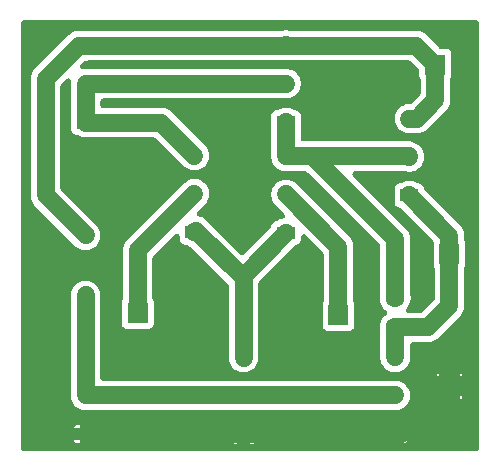
<source format=gbr>
%TF.GenerationSoftware,KiCad,Pcbnew,9.0.0*%
%TF.CreationDate,2025-03-31T12:23:45-05:00*%
%TF.ProjectId,Proyecto_prueba,50726f79-6563-4746-9f5f-707275656261,rev?*%
%TF.SameCoordinates,Original*%
%TF.FileFunction,Copper,L2,Bot*%
%TF.FilePolarity,Positive*%
%FSLAX46Y46*%
G04 Gerber Fmt 4.6, Leading zero omitted, Abs format (unit mm)*
G04 Created by KiCad (PCBNEW 9.0.0) date 2025-03-31 12:23:45*
%MOMM*%
%LPD*%
G01*
G04 APERTURE LIST*
%TA.AperFunction,ComponentPad*%
%ADD10R,1.500000X1.050000*%
%TD*%
%TA.AperFunction,ComponentPad*%
%ADD11O,1.500000X1.050000*%
%TD*%
%TA.AperFunction,ComponentPad*%
%ADD12R,1.700000X1.700000*%
%TD*%
%TA.AperFunction,ComponentPad*%
%ADD13C,1.400000*%
%TD*%
%TA.AperFunction,ComponentPad*%
%ADD14O,1.400000X1.400000*%
%TD*%
%TA.AperFunction,ComponentPad*%
%ADD15C,1.600000*%
%TD*%
%TA.AperFunction,Conductor*%
%ADD16C,1.500000*%
%TD*%
G04 APERTURE END LIST*
D10*
%TO.P,Q4,1,S*%
%TO.N,GND*%
X136600000Y-99470000D03*
D11*
%TO.P,Q4,2,G*%
%TO.N,Net-(Q1-D)*%
X136600000Y-96200000D03*
%TO.P,Q4,3,D*%
%TO.N,Net-(J5-Pin_1)*%
X136600000Y-92970000D03*
%TD*%
D12*
%TO.P,J4,1,Pin_1*%
%TO.N,Net-(J4-Pin_1)*%
X114800000Y-89200000D03*
%TD*%
D10*
%TO.P,Q2,1,D*%
%TO.N,Net-(Q2-D)*%
X110400000Y-73100000D03*
D11*
%TO.P,Q2,2,G*%
X110400000Y-69830000D03*
%TO.P,Q2,3,S*%
%TO.N,+5V*%
X110400000Y-66600000D03*
%TD*%
D12*
%TO.P,J2,1,Pin_1*%
%TO.N,GND*%
X141200000Y-95400000D03*
%TD*%
D10*
%TO.P,Q8,1,D*%
%TO.N,Net-(J5-Pin_1)*%
X137800000Y-79270000D03*
D11*
%TO.P,Q8,2,G*%
%TO.N,Net-(Q6-D)*%
X137800000Y-76000000D03*
%TO.P,Q8,3,S*%
%TO.N,+5V*%
X137800000Y-72770000D03*
%TD*%
D13*
%TO.P,R1,1*%
%TO.N,+5V*%
X110400000Y-82660000D03*
D14*
%TO.P,R1,2*%
%TO.N,Net-(Q1-D)*%
X110400000Y-87740000D03*
%TD*%
D12*
%TO.P,J3,1,Pin_1*%
%TO.N,Net-(J3-Pin_1)*%
X131800000Y-89400000D03*
%TD*%
D15*
%TO.P,C1,1*%
%TO.N,Net-(Q6-D)*%
X136600000Y-87950000D03*
%TO.P,C1,2*%
%TO.N,Net-(J5-Pin_1)*%
X136600000Y-90450000D03*
%TD*%
D10*
%TO.P,Q1,1,S*%
%TO.N,GND*%
X110400000Y-99470000D03*
D11*
%TO.P,Q1,2,G*%
%TO.N,Net-(Q1-D)*%
X110400000Y-96200000D03*
%TO.P,Q1,3,D*%
X110400000Y-92970000D03*
%TD*%
D12*
%TO.P,J5,1,Pin_1*%
%TO.N,Net-(J5-Pin_1)*%
X141200000Y-84200000D03*
%TD*%
D10*
%TO.P,Q6,1,S*%
%TO.N,Net-(Q3-D)*%
X127360000Y-82450000D03*
D11*
%TO.P,Q6,2,G*%
%TO.N,Net-(J3-Pin_1)*%
X127360000Y-79180000D03*
%TO.P,Q6,3,D*%
%TO.N,Net-(Q6-D)*%
X127360000Y-75950000D03*
%TD*%
D12*
%TO.P,J1,1,Pin_1*%
%TO.N,+5V*%
X140000000Y-68200000D03*
%TD*%
D10*
%TO.P,Q5,1,S*%
%TO.N,Net-(Q3-D)*%
X119600000Y-82400000D03*
D11*
%TO.P,Q5,2,G*%
%TO.N,Net-(J4-Pin_1)*%
X119600000Y-79130000D03*
%TO.P,Q5,3,D*%
%TO.N,Net-(Q2-D)*%
X119600000Y-75900000D03*
%TD*%
D10*
%TO.P,Q7,1,D*%
%TO.N,Net-(Q6-D)*%
X127360000Y-73080000D03*
D11*
%TO.P,Q7,2,G*%
%TO.N,Net-(Q2-D)*%
X127360000Y-69810000D03*
%TO.P,Q7,3,S*%
%TO.N,+5V*%
X127360000Y-66580000D03*
%TD*%
D10*
%TO.P,Q3,1,S*%
%TO.N,GND*%
X123760000Y-99500000D03*
D11*
%TO.P,Q3,2,G*%
%TO.N,Net-(Q1-D)*%
X123760000Y-96230000D03*
%TO.P,Q3,3,D*%
%TO.N,Net-(Q3-D)*%
X123760000Y-93000000D03*
%TD*%
D16*
%TO.N,Net-(Q1-D)*%
X110400000Y-96200000D02*
X110400000Y-92970000D01*
X136600000Y-96200000D02*
X110400000Y-96200000D01*
X110400000Y-87740000D02*
X110400000Y-92970000D01*
%TO.N,GND*%
X110400000Y-99470000D02*
X136600000Y-99470000D01*
X136600000Y-99470000D02*
X137130000Y-99470000D01*
X137130000Y-99470000D02*
X141200000Y-95400000D01*
%TO.N,Net-(Q2-D)*%
X110400000Y-73100000D02*
X116800000Y-73100000D01*
X111030000Y-69830000D02*
X111050000Y-69810000D01*
X110400000Y-69830000D02*
X111030000Y-69830000D01*
X116800000Y-73100000D02*
X119600000Y-75900000D01*
X110400000Y-69830000D02*
X110400000Y-73100000D01*
X111050000Y-69810000D02*
X127360000Y-69810000D01*
%TO.N,+5V*%
X137800000Y-72770000D02*
X138430000Y-72770000D01*
X109800000Y-66600000D02*
X110400000Y-66600000D01*
X107000000Y-79260000D02*
X107000000Y-69400000D01*
X110420000Y-66580000D02*
X110400000Y-66600000D01*
X140000000Y-71200000D02*
X140000000Y-68200000D01*
X138430000Y-72770000D02*
X140000000Y-71200000D01*
X127360000Y-66580000D02*
X110420000Y-66580000D01*
X127360000Y-66580000D02*
X138380000Y-66580000D01*
X138380000Y-66580000D02*
X140000000Y-68200000D01*
X107000000Y-69400000D02*
X109800000Y-66600000D01*
X127330000Y-66550000D02*
X127360000Y-66580000D01*
X110400000Y-82660000D02*
X107000000Y-79260000D01*
%TO.N,Net-(Q3-D)*%
X119730000Y-82270000D02*
X119600000Y-82400000D01*
X123760000Y-86050000D02*
X127360000Y-82450000D01*
X119730000Y-82270000D02*
X123760000Y-86300000D01*
X123760000Y-86300000D02*
X123760000Y-93000000D01*
X123760000Y-93000000D02*
X123760000Y-86050000D01*
%TO.N,Net-(J5-Pin_1)*%
X136600000Y-90450000D02*
X139350000Y-90450000D01*
X141200000Y-84200000D02*
X141200000Y-82670000D01*
X141200000Y-88600000D02*
X141200000Y-84200000D01*
X139350000Y-90450000D02*
X141200000Y-88600000D01*
X141200000Y-82670000D02*
X137800000Y-79270000D01*
X136600000Y-92970000D02*
X136600000Y-90450000D01*
%TO.N,Net-(J3-Pin_1)*%
X131800000Y-83620000D02*
X131800000Y-89400000D01*
X127360000Y-79180000D02*
X131800000Y-83620000D01*
%TO.N,Net-(Q6-D)*%
X134200000Y-75950000D02*
X137750000Y-75950000D01*
X136600000Y-87950000D02*
X136600000Y-82950000D01*
X129600000Y-75950000D02*
X134200000Y-75950000D01*
X137750000Y-75950000D02*
X137800000Y-76000000D01*
X127360000Y-75950000D02*
X129600000Y-75950000D01*
X127360000Y-73080000D02*
X127360000Y-75950000D01*
X136600000Y-82950000D02*
X129600000Y-75950000D01*
%TO.N,Net-(J4-Pin_1)*%
X114800000Y-83930000D02*
X114800000Y-89200000D01*
X119600000Y-79130000D02*
X114800000Y-83930000D01*
%TD*%
%TA.AperFunction,Conductor*%
%TO.N,GND*%
G36*
X143545788Y-64418954D02*
G01*
X143626570Y-64472930D01*
X143680546Y-64553712D01*
X143699500Y-64649000D01*
X143699500Y-100650500D01*
X143680546Y-100745788D01*
X143626570Y-100826570D01*
X143545788Y-100880546D01*
X143450500Y-100899500D01*
X105149500Y-100899500D01*
X105054212Y-100880546D01*
X104973430Y-100826570D01*
X104919454Y-100745788D01*
X104900500Y-100650500D01*
X104900500Y-99995001D01*
X109400000Y-99995001D01*
X109400000Y-100019628D01*
X109414504Y-100092543D01*
X109414504Y-100092544D01*
X109469758Y-100175237D01*
X109469762Y-100175241D01*
X109552455Y-100230495D01*
X109625371Y-100244999D01*
X109625376Y-100245000D01*
X109874999Y-100245000D01*
X109875000Y-100244999D01*
X109875000Y-99995001D01*
X110925000Y-99995001D01*
X110925000Y-100244999D01*
X110925001Y-100245000D01*
X111174624Y-100245000D01*
X111174628Y-100244999D01*
X111247543Y-100230495D01*
X111247544Y-100230495D01*
X111330237Y-100175241D01*
X111330241Y-100175237D01*
X111385495Y-100092544D01*
X111385495Y-100092543D01*
X111398930Y-100025001D01*
X122760000Y-100025001D01*
X122760000Y-100049628D01*
X122774504Y-100122543D01*
X122774504Y-100122544D01*
X122829758Y-100205237D01*
X122829762Y-100205241D01*
X122912455Y-100260495D01*
X122985371Y-100274999D01*
X122985376Y-100275000D01*
X123234999Y-100275000D01*
X123235000Y-100274999D01*
X123235000Y-100025001D01*
X124285000Y-100025001D01*
X124285000Y-100274999D01*
X124285001Y-100275000D01*
X124534624Y-100275000D01*
X124534628Y-100274999D01*
X124607543Y-100260495D01*
X124607544Y-100260495D01*
X124690237Y-100205241D01*
X124690241Y-100205237D01*
X124745495Y-100122544D01*
X124745495Y-100122543D01*
X124759999Y-100049628D01*
X124760000Y-100049623D01*
X124760000Y-100025001D01*
X124759999Y-100025000D01*
X124285001Y-100025000D01*
X124285000Y-100025001D01*
X123235000Y-100025001D01*
X123234999Y-100025000D01*
X122760001Y-100025000D01*
X122760000Y-100025001D01*
X111398930Y-100025001D01*
X111399999Y-100019628D01*
X111400000Y-100019623D01*
X111400000Y-99995001D01*
X135600000Y-99995001D01*
X135600000Y-100019628D01*
X135614504Y-100092543D01*
X135614504Y-100092544D01*
X135669758Y-100175237D01*
X135669762Y-100175241D01*
X135752455Y-100230495D01*
X135825371Y-100244999D01*
X135825376Y-100245000D01*
X136074999Y-100245000D01*
X136075000Y-100244999D01*
X136075000Y-99995001D01*
X137125000Y-99995001D01*
X137125000Y-100244999D01*
X137125001Y-100245000D01*
X137374624Y-100245000D01*
X137374628Y-100244999D01*
X137447543Y-100230495D01*
X137447544Y-100230495D01*
X137530237Y-100175241D01*
X137530241Y-100175237D01*
X137585495Y-100092544D01*
X137585495Y-100092543D01*
X137599999Y-100019628D01*
X137600000Y-100019623D01*
X137600000Y-99995001D01*
X137599999Y-99995000D01*
X137125001Y-99995000D01*
X137125000Y-99995001D01*
X136075000Y-99995001D01*
X136074999Y-99995000D01*
X135600001Y-99995000D01*
X135600000Y-99995001D01*
X111400000Y-99995001D01*
X111399999Y-99995000D01*
X110925001Y-99995000D01*
X110925000Y-99995001D01*
X109875000Y-99995001D01*
X109874999Y-99995000D01*
X109400001Y-99995000D01*
X109400000Y-99995001D01*
X104900500Y-99995001D01*
X104900500Y-99420630D01*
X110025000Y-99420630D01*
X110025000Y-99519370D01*
X110050556Y-99614745D01*
X110099925Y-99700255D01*
X110169745Y-99770075D01*
X110255255Y-99819444D01*
X110350630Y-99845000D01*
X110449370Y-99845000D01*
X110544745Y-99819444D01*
X110630255Y-99770075D01*
X110700075Y-99700255D01*
X110749444Y-99614745D01*
X110775000Y-99519370D01*
X110775000Y-99450630D01*
X123385000Y-99450630D01*
X123385000Y-99549370D01*
X123410556Y-99644745D01*
X123459925Y-99730255D01*
X123529745Y-99800075D01*
X123615255Y-99849444D01*
X123710630Y-99875000D01*
X123809370Y-99875000D01*
X123904745Y-99849444D01*
X123990255Y-99800075D01*
X124060075Y-99730255D01*
X124109444Y-99644745D01*
X124135000Y-99549370D01*
X124135000Y-99450630D01*
X124126961Y-99420630D01*
X136225000Y-99420630D01*
X136225000Y-99519370D01*
X136250556Y-99614745D01*
X136299925Y-99700255D01*
X136369745Y-99770075D01*
X136455255Y-99819444D01*
X136550630Y-99845000D01*
X136649370Y-99845000D01*
X136744745Y-99819444D01*
X136830255Y-99770075D01*
X136900075Y-99700255D01*
X136949444Y-99614745D01*
X136975000Y-99519370D01*
X136975000Y-99420630D01*
X136949444Y-99325255D01*
X136900075Y-99239745D01*
X136830255Y-99169925D01*
X136744745Y-99120556D01*
X136649370Y-99095000D01*
X136550630Y-99095000D01*
X136455255Y-99120556D01*
X136369745Y-99169925D01*
X136299925Y-99239745D01*
X136250556Y-99325255D01*
X136225000Y-99420630D01*
X124126961Y-99420630D01*
X124109444Y-99355255D01*
X124060075Y-99269745D01*
X123990255Y-99199925D01*
X123904745Y-99150556D01*
X123809370Y-99125000D01*
X123710630Y-99125000D01*
X123615255Y-99150556D01*
X123529745Y-99199925D01*
X123459925Y-99269745D01*
X123410556Y-99355255D01*
X123385000Y-99450630D01*
X110775000Y-99450630D01*
X110775000Y-99420630D01*
X110749444Y-99325255D01*
X110700075Y-99239745D01*
X110630255Y-99169925D01*
X110544745Y-99120556D01*
X110449370Y-99095000D01*
X110350630Y-99095000D01*
X110255255Y-99120556D01*
X110169745Y-99169925D01*
X110099925Y-99239745D01*
X110050556Y-99325255D01*
X110025000Y-99420630D01*
X104900500Y-99420630D01*
X104900500Y-98950371D01*
X122760000Y-98950371D01*
X122760000Y-98974999D01*
X122760001Y-98975000D01*
X123234999Y-98975000D01*
X123235000Y-98974999D01*
X123235000Y-98725001D01*
X124285000Y-98725001D01*
X124285000Y-98974999D01*
X124285001Y-98975000D01*
X124759999Y-98975000D01*
X124760000Y-98974999D01*
X124760000Y-98950376D01*
X124759999Y-98950368D01*
X124754032Y-98920371D01*
X135600000Y-98920371D01*
X135600000Y-98944999D01*
X135600001Y-98945000D01*
X136074999Y-98945000D01*
X136075000Y-98944999D01*
X136075000Y-98695001D01*
X137125000Y-98695001D01*
X137125000Y-98944999D01*
X137125001Y-98945000D01*
X137599999Y-98945000D01*
X137600000Y-98944999D01*
X137600000Y-98920376D01*
X137599999Y-98920371D01*
X137585495Y-98847456D01*
X137585495Y-98847455D01*
X137530241Y-98764762D01*
X137530237Y-98764758D01*
X137447544Y-98709504D01*
X137374628Y-98695000D01*
X137125001Y-98695000D01*
X137125000Y-98695001D01*
X136075000Y-98695001D01*
X136074999Y-98695000D01*
X135825371Y-98695000D01*
X135752456Y-98709504D01*
X135752455Y-98709504D01*
X135669762Y-98764758D01*
X135669758Y-98764762D01*
X135614504Y-98847455D01*
X135614504Y-98847456D01*
X135600000Y-98920371D01*
X124754032Y-98920371D01*
X124745495Y-98877455D01*
X124690241Y-98794762D01*
X124690237Y-98794758D01*
X124607544Y-98739504D01*
X124534628Y-98725000D01*
X124285001Y-98725000D01*
X124285000Y-98725001D01*
X123235000Y-98725001D01*
X123234999Y-98725000D01*
X122985371Y-98725000D01*
X122912456Y-98739504D01*
X122912455Y-98739504D01*
X122829762Y-98794758D01*
X122829758Y-98794762D01*
X122774504Y-98877455D01*
X122774504Y-98877456D01*
X122760000Y-98950371D01*
X104900500Y-98950371D01*
X104900500Y-98920371D01*
X109400000Y-98920371D01*
X109400000Y-98944999D01*
X109400001Y-98945000D01*
X109874999Y-98945000D01*
X109875000Y-98944999D01*
X109875000Y-98695001D01*
X110925000Y-98695001D01*
X110925000Y-98944999D01*
X110925001Y-98945000D01*
X111399999Y-98945000D01*
X111400000Y-98944999D01*
X111400000Y-98920376D01*
X111399999Y-98920371D01*
X111385495Y-98847456D01*
X111385495Y-98847455D01*
X111330241Y-98764762D01*
X111330237Y-98764758D01*
X111247544Y-98709504D01*
X111174628Y-98695000D01*
X110925001Y-98695000D01*
X110925000Y-98695001D01*
X109875000Y-98695001D01*
X109874999Y-98695000D01*
X109625371Y-98695000D01*
X109552456Y-98709504D01*
X109552455Y-98709504D01*
X109469762Y-98764758D01*
X109469758Y-98764762D01*
X109414504Y-98847455D01*
X109414504Y-98847456D01*
X109400000Y-98920371D01*
X104900500Y-98920371D01*
X104900500Y-87641587D01*
X109149500Y-87641587D01*
X109149500Y-96301005D01*
X109150561Y-96306339D01*
X109152277Y-96315954D01*
X109179130Y-96485495D01*
X109180291Y-96492826D01*
X109241116Y-96680025D01*
X109330476Y-96855405D01*
X109330479Y-96855409D01*
X109330479Y-96855410D01*
X109446169Y-97014642D01*
X109446172Y-97014646D01*
X109585354Y-97153828D01*
X109744595Y-97269524D01*
X109919975Y-97358884D01*
X110107174Y-97419709D01*
X110301583Y-97450500D01*
X110301587Y-97450500D01*
X136698413Y-97450500D01*
X136698417Y-97450500D01*
X136892826Y-97419709D01*
X137080025Y-97358884D01*
X137255405Y-97269524D01*
X137414646Y-97153828D01*
X137553828Y-97014646D01*
X137669524Y-96855405D01*
X137758884Y-96680025D01*
X137819709Y-96492826D01*
X137848489Y-96311108D01*
X137850500Y-96301003D01*
X137850500Y-96250001D01*
X140100000Y-96250001D01*
X140100000Y-96274628D01*
X140114504Y-96347543D01*
X140114504Y-96347544D01*
X140169758Y-96430237D01*
X140169762Y-96430241D01*
X140252455Y-96485495D01*
X140325371Y-96499999D01*
X140325376Y-96500000D01*
X140349999Y-96500000D01*
X140350000Y-96499999D01*
X140350000Y-96250001D01*
X142050000Y-96250001D01*
X142050000Y-96499999D01*
X142050001Y-96500000D01*
X142074624Y-96500000D01*
X142074628Y-96499999D01*
X142147543Y-96485495D01*
X142147544Y-96485495D01*
X142230237Y-96430241D01*
X142230241Y-96430237D01*
X142285495Y-96347544D01*
X142285495Y-96347543D01*
X142299999Y-96274628D01*
X142300000Y-96274623D01*
X142300000Y-96250001D01*
X142299999Y-96250000D01*
X142050001Y-96250000D01*
X142050000Y-96250001D01*
X140350000Y-96250001D01*
X140349999Y-96250000D01*
X140100001Y-96250000D01*
X140100000Y-96250001D01*
X137850500Y-96250001D01*
X137850500Y-96098997D01*
X137848489Y-96088891D01*
X137819709Y-95907174D01*
X137758884Y-95719975D01*
X137669524Y-95544595D01*
X137553828Y-95385354D01*
X137502648Y-95334174D01*
X140700000Y-95334174D01*
X140700000Y-95465826D01*
X140734075Y-95592993D01*
X140799901Y-95707007D01*
X140892993Y-95800099D01*
X141007007Y-95865925D01*
X141134174Y-95900000D01*
X141265826Y-95900000D01*
X141392993Y-95865925D01*
X141507007Y-95800099D01*
X141600099Y-95707007D01*
X141665925Y-95592993D01*
X141700000Y-95465826D01*
X141700000Y-95334174D01*
X141665925Y-95207007D01*
X141600099Y-95092993D01*
X141507007Y-94999901D01*
X141392993Y-94934075D01*
X141265826Y-94900000D01*
X141134174Y-94900000D01*
X141007007Y-94934075D01*
X140892993Y-94999901D01*
X140799901Y-95092993D01*
X140734075Y-95207007D01*
X140700000Y-95334174D01*
X137502648Y-95334174D01*
X137414646Y-95246172D01*
X137414642Y-95246169D01*
X137255410Y-95130479D01*
X137255407Y-95130477D01*
X137255405Y-95130476D01*
X137080025Y-95041116D01*
X137080024Y-95041115D01*
X137080023Y-95041115D01*
X137080017Y-95041113D01*
X136953179Y-94999901D01*
X136892826Y-94980291D01*
X136892824Y-94980290D01*
X136892822Y-94980290D01*
X136698428Y-94949501D01*
X136698419Y-94949500D01*
X136698417Y-94949500D01*
X136698413Y-94949500D01*
X111899500Y-94949500D01*
X111804212Y-94930546D01*
X111723430Y-94876570D01*
X111669454Y-94795788D01*
X111650500Y-94700500D01*
X111650500Y-94525371D01*
X140100000Y-94525371D01*
X140100000Y-94549999D01*
X140100001Y-94550000D01*
X140349999Y-94550000D01*
X140350000Y-94549999D01*
X140350000Y-94300001D01*
X142050000Y-94300001D01*
X142050000Y-94549999D01*
X142050001Y-94550000D01*
X142299999Y-94550000D01*
X142300000Y-94549999D01*
X142300000Y-94525376D01*
X142299999Y-94525371D01*
X142285495Y-94452456D01*
X142285495Y-94452455D01*
X142230241Y-94369762D01*
X142230237Y-94369758D01*
X142147544Y-94314504D01*
X142074628Y-94300000D01*
X142050001Y-94300000D01*
X142050000Y-94300001D01*
X140350000Y-94300001D01*
X140349999Y-94300000D01*
X140325371Y-94300000D01*
X140252456Y-94314504D01*
X140252455Y-94314504D01*
X140169762Y-94369758D01*
X140169758Y-94369762D01*
X140114504Y-94452455D01*
X140114504Y-94452456D01*
X140100000Y-94525371D01*
X111650500Y-94525371D01*
X111650500Y-88302127D01*
X113449500Y-88302127D01*
X113449500Y-88332517D01*
X113449500Y-88332518D01*
X113449500Y-90097865D01*
X113449500Y-90097868D01*
X113449501Y-90097872D01*
X113451567Y-90117093D01*
X113455908Y-90157480D01*
X113455909Y-90157483D01*
X113506204Y-90292331D01*
X113592454Y-90407546D01*
X113707669Y-90493796D01*
X113842517Y-90544091D01*
X113902127Y-90550500D01*
X115697872Y-90550499D01*
X115757483Y-90544091D01*
X115892331Y-90493796D01*
X116007546Y-90407546D01*
X116093796Y-90292331D01*
X116144091Y-90157483D01*
X116150500Y-90097873D01*
X116150499Y-88302128D01*
X116144091Y-88242517D01*
X116093796Y-88107669D01*
X116093795Y-88107667D01*
X116085260Y-88092036D01*
X116087918Y-88090584D01*
X116058230Y-88028518D01*
X116050500Y-87966956D01*
X116050500Y-84551113D01*
X116069454Y-84455825D01*
X116123428Y-84375045D01*
X117924433Y-82574039D01*
X118005212Y-82520066D01*
X118100500Y-82501112D01*
X118195788Y-82520066D01*
X118276570Y-82574042D01*
X118330546Y-82654824D01*
X118349500Y-82750111D01*
X118349500Y-82972865D01*
X118349501Y-82972869D01*
X118355908Y-83032480D01*
X118355909Y-83032484D01*
X118396002Y-83139978D01*
X118406204Y-83167331D01*
X118492454Y-83282546D01*
X118607669Y-83368796D01*
X118742517Y-83419091D01*
X118802127Y-83425500D01*
X118803067Y-83425499D01*
X118803413Y-83425568D01*
X118808788Y-83425857D01*
X118808746Y-83426628D01*
X118898353Y-83444441D01*
X118903344Y-83446571D01*
X118927820Y-83457336D01*
X118944595Y-83469524D01*
X119119974Y-83558884D01*
X119268211Y-83607049D01*
X119279638Y-83612075D01*
X119309401Y-83632908D01*
X119341101Y-83650661D01*
X119355459Y-83663933D01*
X122436570Y-86745044D01*
X122490546Y-86825826D01*
X122509500Y-86921114D01*
X122509500Y-93101005D01*
X122510561Y-93106339D01*
X122512277Y-93115954D01*
X122540290Y-93292822D01*
X122591367Y-93450023D01*
X122601116Y-93480025D01*
X122690476Y-93655405D01*
X122690479Y-93655409D01*
X122690479Y-93655410D01*
X122806169Y-93814642D01*
X122806172Y-93814646D01*
X122945354Y-93953828D01*
X122945357Y-93953830D01*
X123063303Y-94039524D01*
X123104595Y-94069524D01*
X123279975Y-94158884D01*
X123467174Y-94219709D01*
X123661583Y-94250500D01*
X123661587Y-94250500D01*
X123858413Y-94250500D01*
X123858417Y-94250500D01*
X124052826Y-94219709D01*
X124240025Y-94158884D01*
X124415405Y-94069524D01*
X124574646Y-93953828D01*
X124713828Y-93814646D01*
X124829524Y-93655405D01*
X124918884Y-93480025D01*
X124979709Y-93292826D01*
X125007726Y-93115925D01*
X125009439Y-93106330D01*
X125010500Y-93101003D01*
X125010500Y-92898997D01*
X125010500Y-86671113D01*
X125029454Y-86575825D01*
X125083428Y-86495045D01*
X128034250Y-83544222D01*
X128115029Y-83490249D01*
X128183704Y-83472722D01*
X128217483Y-83469091D01*
X128352331Y-83418796D01*
X128467546Y-83332546D01*
X128553796Y-83217331D01*
X128604091Y-83082483D01*
X128610500Y-83022873D01*
X128610500Y-82800114D01*
X128629454Y-82704826D01*
X128683430Y-82624044D01*
X128764212Y-82570068D01*
X128859500Y-82551114D01*
X128954788Y-82570068D01*
X129035570Y-82624044D01*
X130476570Y-84065044D01*
X130530546Y-84145826D01*
X130549500Y-84241114D01*
X130549500Y-88166956D01*
X130530546Y-88262244D01*
X130513857Y-88291554D01*
X130514740Y-88292036D01*
X130506205Y-88307665D01*
X130455908Y-88442518D01*
X130449500Y-88502123D01*
X130449500Y-90297865D01*
X130449500Y-90297868D01*
X130449501Y-90297872D01*
X130451567Y-90317093D01*
X130455908Y-90357480D01*
X130455909Y-90357484D01*
X130474581Y-90407546D01*
X130506204Y-90492331D01*
X130592454Y-90607546D01*
X130707669Y-90693796D01*
X130842517Y-90744091D01*
X130902127Y-90750500D01*
X132697872Y-90750499D01*
X132757483Y-90744091D01*
X132892331Y-90693796D01*
X133007546Y-90607546D01*
X133093796Y-90492331D01*
X133144091Y-90357483D01*
X133150500Y-90297873D01*
X133150499Y-88502128D01*
X133144091Y-88442517D01*
X133093796Y-88307669D01*
X133093795Y-88307667D01*
X133085260Y-88292036D01*
X133087918Y-88290584D01*
X133058230Y-88228518D01*
X133050500Y-88166956D01*
X133050500Y-83521587D01*
X133050498Y-83521571D01*
X133043065Y-83474643D01*
X133019709Y-83327174D01*
X133019135Y-83325405D01*
X132958884Y-83139974D01*
X132869524Y-82964595D01*
X132753828Y-82805354D01*
X128174646Y-78226172D01*
X128015405Y-78110476D01*
X127840026Y-78021116D01*
X127840023Y-78021115D01*
X127840021Y-78021114D01*
X127652823Y-77960290D01*
X127458428Y-77929501D01*
X127458419Y-77929500D01*
X127458417Y-77929500D01*
X127261583Y-77929500D01*
X127261580Y-77929500D01*
X127261571Y-77929501D01*
X127067176Y-77960290D01*
X126879978Y-78021114D01*
X126704595Y-78110476D01*
X126545356Y-78226170D01*
X126406170Y-78365356D01*
X126290476Y-78524595D01*
X126201114Y-78699978D01*
X126140290Y-78887176D01*
X126115340Y-79044704D01*
X126115340Y-79044709D01*
X126111510Y-79068891D01*
X126109500Y-79078997D01*
X126109500Y-79281003D01*
X126111510Y-79291108D01*
X126115341Y-79315302D01*
X126115342Y-79315310D01*
X126140290Y-79472823D01*
X126166284Y-79552826D01*
X126201116Y-79660026D01*
X126290476Y-79835405D01*
X126406172Y-79994646D01*
X126406173Y-79994647D01*
X127217690Y-80806165D01*
X127271666Y-80886946D01*
X127290620Y-80982234D01*
X127271666Y-81077522D01*
X127217689Y-81158304D01*
X127136908Y-81212280D01*
X127080577Y-81228168D01*
X127067173Y-81230291D01*
X126879978Y-81291114D01*
X126879968Y-81291118D01*
X126704598Y-81380474D01*
X126696248Y-81385591D01*
X126695031Y-81383605D01*
X126621144Y-81417639D01*
X126568774Y-81423832D01*
X126568791Y-81424144D01*
X126563935Y-81424404D01*
X126563127Y-81424500D01*
X126562149Y-81424500D01*
X126562129Y-81424500D01*
X126562128Y-81424501D01*
X126553966Y-81425378D01*
X126502520Y-81430908D01*
X126502515Y-81430909D01*
X126367670Y-81481203D01*
X126252455Y-81567453D01*
X126252453Y-81567455D01*
X126166204Y-81682669D01*
X126115909Y-81817517D01*
X126112276Y-81851303D01*
X126083243Y-81944019D01*
X126040773Y-82000751D01*
X123811069Y-84230455D01*
X123730287Y-84284431D01*
X123634999Y-84303385D01*
X123539711Y-84284431D01*
X123458929Y-84230455D01*
X120683831Y-81455357D01*
X120683829Y-81455354D01*
X120544646Y-81316171D01*
X120385405Y-81200476D01*
X120385404Y-81200475D01*
X120385402Y-81200474D01*
X120210031Y-81111118D01*
X120210021Y-81111114D01*
X120105925Y-81077291D01*
X120022827Y-81050291D01*
X120022825Y-81050290D01*
X120022823Y-81050290D01*
X120009426Y-81048168D01*
X119918276Y-81014541D01*
X119846933Y-80948592D01*
X119806258Y-80860362D01*
X119802444Y-80763282D01*
X119836071Y-80672132D01*
X119872309Y-80626164D01*
X120553828Y-79944646D01*
X120669524Y-79785405D01*
X120758884Y-79610026D01*
X120777470Y-79552826D01*
X120819708Y-79422828D01*
X120819709Y-79422826D01*
X120848489Y-79241108D01*
X120850500Y-79231003D01*
X120850500Y-79028997D01*
X120848489Y-79018887D01*
X120844659Y-78994704D01*
X120819710Y-78837179D01*
X120819708Y-78837172D01*
X120814372Y-78820751D01*
X120758884Y-78649974D01*
X120669524Y-78474595D01*
X120553828Y-78315354D01*
X120414646Y-78176172D01*
X120255405Y-78060476D01*
X120080026Y-77971116D01*
X120080023Y-77971115D01*
X120080021Y-77971114D01*
X119892823Y-77910290D01*
X119698427Y-77879501D01*
X119698418Y-77879500D01*
X119698416Y-77879500D01*
X119501583Y-77879500D01*
X119501580Y-77879500D01*
X119501571Y-77879501D01*
X119307176Y-77910290D01*
X119119978Y-77971114D01*
X118944595Y-78060476D01*
X118785356Y-78176170D01*
X113846170Y-83115356D01*
X113730476Y-83274595D01*
X113641116Y-83449973D01*
X113641113Y-83449980D01*
X113621450Y-83510500D01*
X113580290Y-83637177D01*
X113549501Y-83831571D01*
X113549500Y-83831587D01*
X113549500Y-87966956D01*
X113542341Y-88002946D01*
X113538708Y-88039469D01*
X113525994Y-88081231D01*
X113506204Y-88107669D01*
X113455909Y-88242517D01*
X113449500Y-88302127D01*
X111650500Y-88302127D01*
X111650500Y-87641587D01*
X111650498Y-87641571D01*
X111619709Y-87447177D01*
X111619709Y-87447174D01*
X111558884Y-87259975D01*
X111469524Y-87084595D01*
X111353828Y-86925354D01*
X111214646Y-86786172D01*
X111214642Y-86786169D01*
X111055410Y-86670479D01*
X111055407Y-86670477D01*
X111055405Y-86670476D01*
X110880025Y-86581116D01*
X110880024Y-86581115D01*
X110880023Y-86581115D01*
X110880017Y-86581113D01*
X110772928Y-86546318D01*
X110692826Y-86520291D01*
X110692824Y-86520290D01*
X110692822Y-86520290D01*
X110498428Y-86489501D01*
X110498419Y-86489500D01*
X110498417Y-86489500D01*
X110301583Y-86489500D01*
X110301580Y-86489500D01*
X110301571Y-86489501D01*
X110107177Y-86520290D01*
X109919982Y-86581113D01*
X109919976Y-86581115D01*
X109828740Y-86627602D01*
X109744595Y-86670476D01*
X109744592Y-86670477D01*
X109744590Y-86670479D01*
X109744589Y-86670479D01*
X109585357Y-86786169D01*
X109446169Y-86925357D01*
X109330479Y-87084589D01*
X109330479Y-87084590D01*
X109241115Y-87259976D01*
X109241113Y-87259982D01*
X109180290Y-87447177D01*
X109149501Y-87641571D01*
X109149500Y-87641587D01*
X104900500Y-87641587D01*
X104900500Y-69301587D01*
X105749500Y-69301587D01*
X105749500Y-79358412D01*
X105749501Y-79358428D01*
X105780290Y-79552823D01*
X105780291Y-79552826D01*
X105841116Y-79740026D01*
X105930476Y-79915405D01*
X106046172Y-80074646D01*
X109585354Y-83613828D01*
X109744595Y-83729524D01*
X109919974Y-83818884D01*
X110107174Y-83879709D01*
X110301583Y-83910500D01*
X110301587Y-83910500D01*
X110498412Y-83910500D01*
X110498416Y-83910500D01*
X110692826Y-83879709D01*
X110880026Y-83818884D01*
X111055405Y-83729524D01*
X111214646Y-83613828D01*
X111353828Y-83474646D01*
X111469524Y-83315405D01*
X111558884Y-83140026D01*
X111619709Y-82952826D01*
X111650500Y-82758416D01*
X111650500Y-82561583D01*
X111619709Y-82367174D01*
X111558884Y-82179974D01*
X111469524Y-82004595D01*
X111353828Y-81845354D01*
X108323430Y-78814956D01*
X108269454Y-78734174D01*
X108250500Y-78638886D01*
X108250500Y-70021114D01*
X108269454Y-69925826D01*
X108323430Y-69845045D01*
X108741719Y-69426755D01*
X108758075Y-69415825D01*
X108771430Y-69401379D01*
X108798092Y-69389087D01*
X108822501Y-69372778D01*
X108841794Y-69368940D01*
X108859660Y-69360704D01*
X108888996Y-69359551D01*
X108917789Y-69353824D01*
X108937081Y-69357661D01*
X108956740Y-69356889D01*
X108984285Y-69367050D01*
X109013077Y-69372778D01*
X109029433Y-69383707D01*
X109047890Y-69390516D01*
X109069448Y-69410443D01*
X109093858Y-69426754D01*
X109104787Y-69443110D01*
X109119234Y-69456465D01*
X109131525Y-69483127D01*
X109147835Y-69507536D01*
X109151672Y-69526829D01*
X109159909Y-69544695D01*
X109161061Y-69574031D01*
X109166789Y-69602824D01*
X109163724Y-69641775D01*
X109152275Y-69714063D01*
X109150558Y-69723676D01*
X109149501Y-69728990D01*
X109149500Y-69729002D01*
X109149500Y-73672865D01*
X109149501Y-73672869D01*
X109155908Y-73732480D01*
X109155909Y-73732484D01*
X109206203Y-73867329D01*
X109206204Y-73867331D01*
X109292454Y-73982546D01*
X109407669Y-74068796D01*
X109542517Y-74119091D01*
X109602127Y-74125500D01*
X109603067Y-74125499D01*
X109603413Y-74125568D01*
X109608788Y-74125857D01*
X109608746Y-74126628D01*
X109698353Y-74144441D01*
X109735680Y-74165344D01*
X109736252Y-74164412D01*
X109744588Y-74169520D01*
X109744593Y-74169522D01*
X109744595Y-74169524D01*
X109919975Y-74258884D01*
X110107174Y-74319709D01*
X110301583Y-74350500D01*
X110498417Y-74350500D01*
X116178886Y-74350500D01*
X116274174Y-74369454D01*
X116354956Y-74423430D01*
X118785354Y-76853828D01*
X118944595Y-76969524D01*
X119119974Y-77058884D01*
X119307174Y-77119709D01*
X119501583Y-77150500D01*
X119501587Y-77150500D01*
X119698413Y-77150500D01*
X119698417Y-77150500D01*
X119892826Y-77119709D01*
X120080026Y-77058884D01*
X120255405Y-76969524D01*
X120414646Y-76853828D01*
X120553828Y-76714646D01*
X120669524Y-76555405D01*
X120758884Y-76380026D01*
X120819709Y-76192826D01*
X120848489Y-76011108D01*
X120850500Y-76001003D01*
X120850500Y-75798997D01*
X120848489Y-75788891D01*
X120819709Y-75607174D01*
X120789835Y-75515232D01*
X120758887Y-75419981D01*
X120758886Y-75419979D01*
X120758884Y-75419976D01*
X120758884Y-75419974D01*
X120669524Y-75244595D01*
X120553828Y-75085354D01*
X117975597Y-72507123D01*
X126109500Y-72507123D01*
X126109500Y-76051005D01*
X126110561Y-76056339D01*
X126112277Y-76065954D01*
X126132372Y-76192828D01*
X126140291Y-76242826D01*
X126156538Y-76292829D01*
X126184867Y-76380018D01*
X126201116Y-76430025D01*
X126290476Y-76605405D01*
X126290479Y-76605409D01*
X126290479Y-76605410D01*
X126406169Y-76764642D01*
X126406172Y-76764646D01*
X126545354Y-76903828D01*
X126704595Y-77019524D01*
X126879975Y-77108884D01*
X127067174Y-77169709D01*
X127261583Y-77200500D01*
X127458417Y-77200500D01*
X128978886Y-77200500D01*
X129074174Y-77219454D01*
X129154956Y-77273430D01*
X135276570Y-83395044D01*
X135330546Y-83475826D01*
X135349500Y-83571114D01*
X135349500Y-87550701D01*
X135337313Y-87627645D01*
X135331522Y-87645465D01*
X135331522Y-87645466D01*
X135299500Y-87847638D01*
X135299500Y-88052361D01*
X135331522Y-88254531D01*
X135394778Y-88449214D01*
X135394782Y-88449224D01*
X135487711Y-88631607D01*
X135487713Y-88631610D01*
X135608034Y-88797219D01*
X135752781Y-88941966D01*
X135830670Y-88998555D01*
X135896618Y-89069897D01*
X135930245Y-89161047D01*
X135926431Y-89258127D01*
X135885757Y-89346358D01*
X135830670Y-89401444D01*
X135812504Y-89414643D01*
X135752779Y-89458035D01*
X135608035Y-89602779D01*
X135487711Y-89768392D01*
X135394782Y-89950775D01*
X135394778Y-89950785D01*
X135331522Y-90145468D01*
X135299500Y-90347638D01*
X135299500Y-90552361D01*
X135331520Y-90754524D01*
X135331522Y-90754528D01*
X135331523Y-90754534D01*
X135337313Y-90772356D01*
X135349500Y-90849298D01*
X135349500Y-93071005D01*
X135350561Y-93076339D01*
X135352277Y-93085954D01*
X135354660Y-93100999D01*
X135380291Y-93262826D01*
X135441116Y-93450025D01*
X135530476Y-93625405D01*
X135530479Y-93625409D01*
X135530479Y-93625410D01*
X135646169Y-93784642D01*
X135646172Y-93784646D01*
X135785354Y-93923828D01*
X135944595Y-94039524D01*
X136119975Y-94128884D01*
X136307174Y-94189709D01*
X136501583Y-94220500D01*
X136501587Y-94220500D01*
X136698413Y-94220500D01*
X136698417Y-94220500D01*
X136892826Y-94189709D01*
X137080025Y-94128884D01*
X137255405Y-94039524D01*
X137414646Y-93923828D01*
X137553828Y-93784646D01*
X137669524Y-93625405D01*
X137758884Y-93450025D01*
X137819709Y-93262826D01*
X137847726Y-93085925D01*
X137849439Y-93076330D01*
X137850500Y-93071003D01*
X137850500Y-92868997D01*
X137850500Y-91949500D01*
X137869454Y-91854212D01*
X137923430Y-91773430D01*
X138004212Y-91719454D01*
X138099500Y-91700500D01*
X139448413Y-91700500D01*
X139448417Y-91700500D01*
X139642826Y-91669709D01*
X139830026Y-91608884D01*
X140005405Y-91519524D01*
X140164646Y-91403828D01*
X142153828Y-89414646D01*
X142269524Y-89255405D01*
X142358884Y-89080026D01*
X142419709Y-88892826D01*
X142450500Y-88698417D01*
X142450500Y-88501584D01*
X142450500Y-85433042D01*
X142469454Y-85337754D01*
X142486146Y-85308442D01*
X142485262Y-85307959D01*
X142493789Y-85292339D01*
X142493796Y-85292331D01*
X142544091Y-85157483D01*
X142550500Y-85097873D01*
X142550499Y-83302128D01*
X142544091Y-83242517D01*
X142493796Y-83107669D01*
X142493795Y-83107667D01*
X142485260Y-83092036D01*
X142487918Y-83090584D01*
X142458230Y-83028518D01*
X142450500Y-82966956D01*
X142450500Y-82571587D01*
X142450498Y-82571571D01*
X142449112Y-82562823D01*
X142419709Y-82377174D01*
X142392877Y-82294595D01*
X142358884Y-82189974D01*
X142269524Y-82014595D01*
X142153828Y-81855354D01*
X139119225Y-78820751D01*
X139065249Y-78739969D01*
X139047721Y-78671290D01*
X139045430Y-78649978D01*
X139044091Y-78637517D01*
X138993796Y-78502669D01*
X138907546Y-78387454D01*
X138792331Y-78301204D01*
X138712117Y-78271286D01*
X138657481Y-78250908D01*
X138597876Y-78244500D01*
X138597873Y-78244500D01*
X138596904Y-78244500D01*
X138596547Y-78244429D01*
X138591212Y-78244143D01*
X138591253Y-78243375D01*
X138501616Y-78225546D01*
X138464318Y-78204657D01*
X138463748Y-78205588D01*
X138455415Y-78200481D01*
X138407702Y-78176170D01*
X138280026Y-78111116D01*
X138280023Y-78111115D01*
X138280021Y-78111114D01*
X138092823Y-78050290D01*
X137898428Y-78019501D01*
X137898419Y-78019500D01*
X137898417Y-78019500D01*
X137701583Y-78019500D01*
X137701580Y-78019500D01*
X137701571Y-78019501D01*
X137507176Y-78050290D01*
X137319978Y-78111114D01*
X137319968Y-78111118D01*
X137144598Y-78200474D01*
X137136248Y-78205591D01*
X137135031Y-78203605D01*
X137061144Y-78237639D01*
X137008774Y-78243832D01*
X137008791Y-78244144D01*
X137003935Y-78244404D01*
X137003127Y-78244500D01*
X137002149Y-78244500D01*
X137002129Y-78244500D01*
X137002128Y-78244501D01*
X136993966Y-78245378D01*
X136942520Y-78250908D01*
X136942515Y-78250909D01*
X136807670Y-78301203D01*
X136692455Y-78387453D01*
X136692453Y-78387455D01*
X136606204Y-78502669D01*
X136555908Y-78637518D01*
X136549500Y-78697123D01*
X136549500Y-79842865D01*
X136549501Y-79842869D01*
X136555908Y-79902480D01*
X136555909Y-79902484D01*
X136590284Y-79994647D01*
X136606204Y-80037331D01*
X136692454Y-80152546D01*
X136807669Y-80238796D01*
X136942517Y-80289091D01*
X136976299Y-80292723D01*
X137069015Y-80321754D01*
X137125752Y-80364226D01*
X139786051Y-83024525D01*
X139840027Y-83105307D01*
X139858981Y-83200595D01*
X139857554Y-83227212D01*
X139849500Y-83302121D01*
X139849500Y-85097865D01*
X139849500Y-85097868D01*
X139849501Y-85097872D01*
X139851567Y-85117093D01*
X139855908Y-85157480D01*
X139855909Y-85157485D01*
X139906203Y-85292329D01*
X139914738Y-85307959D01*
X139912076Y-85309412D01*
X139941761Y-85371447D01*
X139949500Y-85433042D01*
X139949500Y-87978886D01*
X139930546Y-88074174D01*
X139876570Y-88154956D01*
X138904956Y-89126570D01*
X138824174Y-89180546D01*
X138728886Y-89199500D01*
X137788382Y-89199500D01*
X137693094Y-89180546D01*
X137612312Y-89126570D01*
X137558336Y-89045788D01*
X137539382Y-88950500D01*
X137558336Y-88855212D01*
X137586936Y-88804143D01*
X137712286Y-88631611D01*
X137712287Y-88631610D01*
X137805220Y-88449219D01*
X137868477Y-88254534D01*
X137900500Y-88052352D01*
X137900500Y-87847648D01*
X137900499Y-87847645D01*
X137900499Y-87847638D01*
X137868477Y-87645466D01*
X137868477Y-87645465D01*
X137862687Y-87627645D01*
X137850500Y-87550701D01*
X137850500Y-82851587D01*
X137850498Y-82851571D01*
X137819710Y-82657178D01*
X137819709Y-82657176D01*
X137819709Y-82657174D01*
X137789053Y-82562826D01*
X137758884Y-82469974D01*
X137669524Y-82294595D01*
X137553828Y-82135354D01*
X133044044Y-77625570D01*
X132990068Y-77544788D01*
X132971114Y-77449500D01*
X132990068Y-77354212D01*
X133044044Y-77273430D01*
X133124826Y-77219454D01*
X133220114Y-77200500D01*
X134101583Y-77200500D01*
X137408618Y-77200500D01*
X137485561Y-77212686D01*
X137507174Y-77219709D01*
X137507177Y-77219709D01*
X137507179Y-77219710D01*
X137638724Y-77240544D01*
X137701584Y-77250500D01*
X137701588Y-77250500D01*
X137898413Y-77250500D01*
X137898417Y-77250500D01*
X138092827Y-77219709D01*
X138280026Y-77158884D01*
X138455405Y-77069524D01*
X138614646Y-76953829D01*
X138753829Y-76814646D01*
X138869524Y-76655405D01*
X138958884Y-76480026D01*
X139019709Y-76292827D01*
X139048489Y-76111108D01*
X139050500Y-76101003D01*
X139050500Y-75898997D01*
X139048489Y-75888887D01*
X139034252Y-75798997D01*
X139019710Y-75707179D01*
X139019708Y-75707172D01*
X138987215Y-75607170D01*
X138958884Y-75519974D01*
X138869524Y-75344595D01*
X138869522Y-75344592D01*
X138869521Y-75344590D01*
X138753833Y-75185360D01*
X138753831Y-75185358D01*
X138753829Y-75185355D01*
X138564646Y-74996172D01*
X138405405Y-74880476D01*
X138230026Y-74791116D01*
X138230023Y-74791115D01*
X138230021Y-74791114D01*
X138042823Y-74730290D01*
X137848428Y-74699501D01*
X137848419Y-74699500D01*
X137848417Y-74699500D01*
X137848413Y-74699500D01*
X128859500Y-74699500D01*
X128764212Y-74680546D01*
X128683430Y-74626570D01*
X128629454Y-74545788D01*
X128610500Y-74450500D01*
X128610500Y-72966323D01*
X128610499Y-72966305D01*
X128610499Y-72507134D01*
X128610499Y-72507128D01*
X128604091Y-72447517D01*
X128553796Y-72312669D01*
X128467546Y-72197454D01*
X128352331Y-72111204D01*
X128272117Y-72081286D01*
X128217481Y-72060908D01*
X128157876Y-72054500D01*
X128157873Y-72054500D01*
X128156904Y-72054500D01*
X128156547Y-72054429D01*
X128151212Y-72054143D01*
X128151253Y-72053375D01*
X128061616Y-72035546D01*
X128024318Y-72014657D01*
X128023748Y-72015588D01*
X128015411Y-72010479D01*
X127840023Y-71921115D01*
X127840017Y-71921113D01*
X127714376Y-71880290D01*
X127652826Y-71860291D01*
X127652824Y-71860290D01*
X127652822Y-71860290D01*
X127458428Y-71829501D01*
X127458419Y-71829500D01*
X127458417Y-71829500D01*
X127261583Y-71829500D01*
X127261580Y-71829500D01*
X127261571Y-71829501D01*
X127067177Y-71860290D01*
X126879982Y-71921113D01*
X126879971Y-71921117D01*
X126704603Y-72010470D01*
X126696258Y-72015585D01*
X126695041Y-72013600D01*
X126621144Y-72047639D01*
X126568774Y-72053832D01*
X126568791Y-72054144D01*
X126563935Y-72054404D01*
X126563127Y-72054500D01*
X126562149Y-72054500D01*
X126562129Y-72054500D01*
X126562128Y-72054501D01*
X126553966Y-72055378D01*
X126502520Y-72060908D01*
X126502515Y-72060909D01*
X126367670Y-72111203D01*
X126252455Y-72197453D01*
X126252453Y-72197455D01*
X126166204Y-72312669D01*
X126115908Y-72447518D01*
X126109500Y-72507123D01*
X117975597Y-72507123D01*
X117614646Y-72146172D01*
X117455405Y-72030476D01*
X117280026Y-71941116D01*
X117280023Y-71941115D01*
X117280021Y-71941114D01*
X117092823Y-71880290D01*
X116898428Y-71849501D01*
X116898419Y-71849500D01*
X116898417Y-71849500D01*
X116898413Y-71849500D01*
X111899500Y-71849500D01*
X111804212Y-71830546D01*
X111723430Y-71776570D01*
X111669454Y-71695788D01*
X111650500Y-71600500D01*
X111650500Y-71309500D01*
X111669454Y-71214212D01*
X111723430Y-71133430D01*
X111804212Y-71079454D01*
X111899500Y-71060500D01*
X127458413Y-71060500D01*
X127458417Y-71060500D01*
X127652826Y-71029709D01*
X127840025Y-70968884D01*
X128015405Y-70879524D01*
X128174646Y-70763828D01*
X128313828Y-70624646D01*
X128429524Y-70465405D01*
X128518884Y-70290025D01*
X128579709Y-70102826D01*
X128608489Y-69921108D01*
X128610500Y-69911003D01*
X128610500Y-69708997D01*
X128608489Y-69698891D01*
X128579709Y-69517174D01*
X128518884Y-69329975D01*
X128429524Y-69154595D01*
X128395070Y-69107174D01*
X128328359Y-69015354D01*
X128313828Y-68995354D01*
X128174646Y-68856172D01*
X128174642Y-68856169D01*
X128015410Y-68740479D01*
X128015407Y-68740477D01*
X128015405Y-68740476D01*
X127840025Y-68651116D01*
X127840024Y-68651115D01*
X127840023Y-68651115D01*
X127840017Y-68651113D01*
X127714379Y-68610291D01*
X127652826Y-68590291D01*
X127652824Y-68590290D01*
X127652822Y-68590290D01*
X127458428Y-68559501D01*
X127458419Y-68559500D01*
X127458417Y-68559500D01*
X111148416Y-68559500D01*
X110951583Y-68559500D01*
X110951579Y-68559500D01*
X110951574Y-68559501D01*
X110867655Y-68572792D01*
X110844664Y-68576433D01*
X110841358Y-68576304D01*
X110805712Y-68579500D01*
X110301581Y-68579500D01*
X110211775Y-68593724D01*
X110192115Y-68592951D01*
X110172823Y-68596789D01*
X110144030Y-68591061D01*
X110114695Y-68589909D01*
X110096829Y-68581672D01*
X110077535Y-68577835D01*
X110053126Y-68561525D01*
X110026464Y-68549234D01*
X110013108Y-68534786D01*
X109996754Y-68523858D01*
X109980444Y-68499449D01*
X109960516Y-68477890D01*
X109953707Y-68459433D01*
X109942778Y-68443077D01*
X109937051Y-68414285D01*
X109926889Y-68386740D01*
X109927661Y-68367080D01*
X109923824Y-68347788D01*
X109929551Y-68318995D01*
X109930704Y-68289660D01*
X109938940Y-68271794D01*
X109942778Y-68252500D01*
X109959087Y-68228091D01*
X109971379Y-68201429D01*
X109996755Y-68171719D01*
X110245045Y-67923430D01*
X110325826Y-67869454D01*
X110421114Y-67850500D01*
X110498413Y-67850500D01*
X110498417Y-67850500D01*
X110605336Y-67833565D01*
X110644288Y-67830500D01*
X127261583Y-67830500D01*
X127458416Y-67830500D01*
X137758886Y-67830500D01*
X137854174Y-67849454D01*
X137934956Y-67903430D01*
X138576570Y-68545044D01*
X138630546Y-68625826D01*
X138649500Y-68721113D01*
X138649500Y-69097865D01*
X138649500Y-69097868D01*
X138649501Y-69097872D01*
X138650500Y-69107167D01*
X138655908Y-69157480D01*
X138655909Y-69157485D01*
X138706203Y-69292329D01*
X138714738Y-69307959D01*
X138712076Y-69309412D01*
X138741761Y-69371447D01*
X138749500Y-69433042D01*
X138749500Y-70578886D01*
X138730546Y-70674174D01*
X138676570Y-70754956D01*
X137984956Y-71446570D01*
X137904174Y-71500546D01*
X137808886Y-71519500D01*
X137701583Y-71519500D01*
X137701580Y-71519500D01*
X137701571Y-71519501D01*
X137507177Y-71550290D01*
X137319982Y-71611113D01*
X137319976Y-71611115D01*
X137228740Y-71657602D01*
X137144595Y-71700476D01*
X137144592Y-71700477D01*
X137144590Y-71700479D01*
X137144589Y-71700479D01*
X136985357Y-71816169D01*
X136846169Y-71955357D01*
X136730479Y-72114589D01*
X136730479Y-72114590D01*
X136641115Y-72289976D01*
X136641113Y-72289982D01*
X136580290Y-72477177D01*
X136555340Y-72634704D01*
X136555340Y-72634709D01*
X136551510Y-72658891D01*
X136549500Y-72668997D01*
X136549500Y-72871003D01*
X136551510Y-72881108D01*
X136555341Y-72905302D01*
X136555342Y-72905310D01*
X136580290Y-73062822D01*
X136580291Y-73062826D01*
X136641116Y-73250025D01*
X136730476Y-73425405D01*
X136730479Y-73425409D01*
X136730479Y-73425410D01*
X136846169Y-73584642D01*
X136846172Y-73584646D01*
X136985354Y-73723828D01*
X137144595Y-73839524D01*
X137319975Y-73928884D01*
X137507174Y-73989709D01*
X137701583Y-74020500D01*
X137701587Y-74020500D01*
X138528413Y-74020500D01*
X138528417Y-74020500D01*
X138722826Y-73989709D01*
X138910026Y-73928884D01*
X139085405Y-73839524D01*
X139244646Y-73723828D01*
X140953828Y-72014646D01*
X141069524Y-71855405D01*
X141105953Y-71783909D01*
X141158884Y-71680025D01*
X141219709Y-71492826D01*
X141250500Y-71298417D01*
X141250500Y-69433042D01*
X141269454Y-69337754D01*
X141286146Y-69308442D01*
X141285262Y-69307959D01*
X141293789Y-69292339D01*
X141293796Y-69292331D01*
X141344091Y-69157483D01*
X141350500Y-69097873D01*
X141350499Y-67302128D01*
X141344091Y-67242517D01*
X141293796Y-67107669D01*
X141207546Y-66992454D01*
X141092331Y-66906204D01*
X141012117Y-66876286D01*
X140957481Y-66855908D01*
X140897876Y-66849500D01*
X140897873Y-66849500D01*
X140521114Y-66849500D01*
X140425826Y-66830546D01*
X140345044Y-66776570D01*
X139194646Y-65626172D01*
X139035405Y-65510476D01*
X138860026Y-65421116D01*
X138860023Y-65421115D01*
X138860021Y-65421114D01*
X138672823Y-65360290D01*
X138478428Y-65329501D01*
X138478419Y-65329500D01*
X138478417Y-65329500D01*
X138478413Y-65329500D01*
X127637426Y-65329500D01*
X127598474Y-65326434D01*
X127428427Y-65299501D01*
X127428420Y-65299500D01*
X127428417Y-65299500D01*
X127231583Y-65299500D01*
X127231580Y-65299500D01*
X127231572Y-65299501D01*
X127061526Y-65326434D01*
X127022574Y-65329500D01*
X110518416Y-65329500D01*
X110321583Y-65329500D01*
X110321579Y-65329500D01*
X110321574Y-65329501D01*
X110237655Y-65342792D01*
X110214663Y-65346434D01*
X110175712Y-65349500D01*
X109898417Y-65349500D01*
X109701583Y-65349500D01*
X109701580Y-65349500D01*
X109701571Y-65349501D01*
X109507176Y-65380290D01*
X109319978Y-65441114D01*
X109144595Y-65530476D01*
X108985356Y-65646170D01*
X106046170Y-68585356D01*
X105930476Y-68744595D01*
X105841114Y-68919978D01*
X105810355Y-69014646D01*
X105780293Y-69107167D01*
X105780288Y-69107186D01*
X105749501Y-69301571D01*
X105749500Y-69301587D01*
X104900500Y-69301587D01*
X104900500Y-64649000D01*
X104919454Y-64553712D01*
X104973430Y-64472930D01*
X105054212Y-64418954D01*
X105149500Y-64400000D01*
X143450500Y-64400000D01*
X143545788Y-64418954D01*
G37*
%TD.AperFunction*%
%TD*%
M02*

</source>
